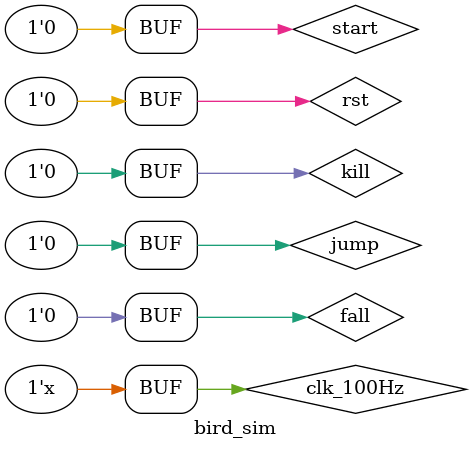
<source format=v>
`timescale 1ns / 1ps

module bird_sim;

    // Inputs
    reg clk_100Hz;
    reg rst;
    reg start;
    reg kill;
    reg jump;
    reg fall;

    // Outputs
    wire [9:0] x;
    wire [8:0] y;
    wire [2:0] state;
    wire [1:0] animation_state;

    // Instantiate the Unit Under Test (UUT)
    bird uut (
        .clk_100Hz(clk_100Hz), 
        .rst(rst), 
        .start(start), 
        .kill(kill), 
        .jump(jump), 
        .fall(fall), 
        .x(x), 
        .y(y), 
        .state(state), 
        .animation_state(animation_state)
    );

    initial begin
        // Initialize Inputs
        clk_100Hz = 0;
        rst = 0;
        start = 0;
        kill = 0;
        jump = 0;
        fall = 0;

        // Wait 100 ns for global reset to finish
        #100;
        
        // Add stimulus here
        start = 1;
        #10;
        start = 0;
        #90;
        
        jump = 1;
        #10;
        jump = 0;
        #90;
    
        fall = 1;
        #10;
        fall = 0;
        #90;
        
        kill = 1;
        #10;
        kill = 0;
        #90;
        
        rst = 1;
        #10;
        rst = 0;
        #90;
        
    end
      
    always begin
        #5;
        clk_100Hz = ~clk_100Hz;
    end
      
endmodule


</source>
